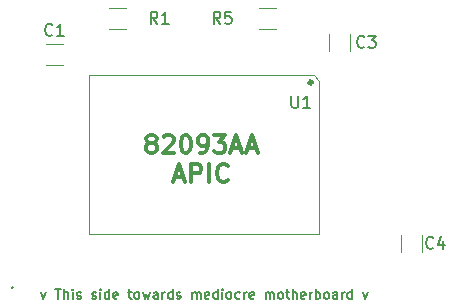
<source format=gbr>
%TF.GenerationSoftware,KiCad,Pcbnew,(6.0.5)*%
%TF.CreationDate,2023-06-09T12:11:34-05:00*%
%TF.ProjectId,pcchips_apic,70636368-6970-4735-9f61-7069632e6b69,rev?*%
%TF.SameCoordinates,Original*%
%TF.FileFunction,Legend,Top*%
%TF.FilePolarity,Positive*%
%FSLAX46Y46*%
G04 Gerber Fmt 4.6, Leading zero omitted, Abs format (unit mm)*
G04 Created by KiCad (PCBNEW (6.0.5)) date 2023-06-09 12:11:34*
%MOMM*%
%LPD*%
G01*
G04 APERTURE LIST*
%ADD10C,0.152400*%
%ADD11C,0.304800*%
%ADD12C,0.150000*%
%ADD13C,0.120000*%
%ADD14C,0.310000*%
G04 APERTURE END LIST*
D10*
X104281904Y-80850714D02*
X104476666Y-81396047D01*
X104671428Y-80850714D01*
X105489428Y-80578047D02*
X105956857Y-80578047D01*
X105723142Y-81396047D02*
X105723142Y-80578047D01*
X106229523Y-81396047D02*
X106229523Y-80578047D01*
X106580095Y-81396047D02*
X106580095Y-80967571D01*
X106541142Y-80889666D01*
X106463238Y-80850714D01*
X106346380Y-80850714D01*
X106268476Y-80889666D01*
X106229523Y-80928619D01*
X106969619Y-81396047D02*
X106969619Y-80850714D01*
X106969619Y-80578047D02*
X106930666Y-80617000D01*
X106969619Y-80655952D01*
X107008571Y-80617000D01*
X106969619Y-80578047D01*
X106969619Y-80655952D01*
X107320190Y-81357095D02*
X107398095Y-81396047D01*
X107553904Y-81396047D01*
X107631809Y-81357095D01*
X107670761Y-81279190D01*
X107670761Y-81240238D01*
X107631809Y-81162333D01*
X107553904Y-81123380D01*
X107437047Y-81123380D01*
X107359142Y-81084428D01*
X107320190Y-81006523D01*
X107320190Y-80967571D01*
X107359142Y-80889666D01*
X107437047Y-80850714D01*
X107553904Y-80850714D01*
X107631809Y-80889666D01*
X108605619Y-81357095D02*
X108683523Y-81396047D01*
X108839333Y-81396047D01*
X108917238Y-81357095D01*
X108956190Y-81279190D01*
X108956190Y-81240238D01*
X108917238Y-81162333D01*
X108839333Y-81123380D01*
X108722476Y-81123380D01*
X108644571Y-81084428D01*
X108605619Y-81006523D01*
X108605619Y-80967571D01*
X108644571Y-80889666D01*
X108722476Y-80850714D01*
X108839333Y-80850714D01*
X108917238Y-80889666D01*
X109306761Y-81396047D02*
X109306761Y-80850714D01*
X109306761Y-80578047D02*
X109267809Y-80617000D01*
X109306761Y-80655952D01*
X109345714Y-80617000D01*
X109306761Y-80578047D01*
X109306761Y-80655952D01*
X110046857Y-81396047D02*
X110046857Y-80578047D01*
X110046857Y-81357095D02*
X109968952Y-81396047D01*
X109813142Y-81396047D01*
X109735238Y-81357095D01*
X109696285Y-81318142D01*
X109657333Y-81240238D01*
X109657333Y-81006523D01*
X109696285Y-80928619D01*
X109735238Y-80889666D01*
X109813142Y-80850714D01*
X109968952Y-80850714D01*
X110046857Y-80889666D01*
X110748000Y-81357095D02*
X110670095Y-81396047D01*
X110514285Y-81396047D01*
X110436380Y-81357095D01*
X110397428Y-81279190D01*
X110397428Y-80967571D01*
X110436380Y-80889666D01*
X110514285Y-80850714D01*
X110670095Y-80850714D01*
X110748000Y-80889666D01*
X110786952Y-80967571D01*
X110786952Y-81045476D01*
X110397428Y-81123380D01*
X111643904Y-80850714D02*
X111955523Y-80850714D01*
X111760761Y-80578047D02*
X111760761Y-81279190D01*
X111799714Y-81357095D01*
X111877619Y-81396047D01*
X111955523Y-81396047D01*
X112345047Y-81396047D02*
X112267142Y-81357095D01*
X112228190Y-81318142D01*
X112189238Y-81240238D01*
X112189238Y-81006523D01*
X112228190Y-80928619D01*
X112267142Y-80889666D01*
X112345047Y-80850714D01*
X112461904Y-80850714D01*
X112539809Y-80889666D01*
X112578761Y-80928619D01*
X112617714Y-81006523D01*
X112617714Y-81240238D01*
X112578761Y-81318142D01*
X112539809Y-81357095D01*
X112461904Y-81396047D01*
X112345047Y-81396047D01*
X112890380Y-80850714D02*
X113046190Y-81396047D01*
X113202000Y-81006523D01*
X113357809Y-81396047D01*
X113513619Y-80850714D01*
X114175809Y-81396047D02*
X114175809Y-80967571D01*
X114136857Y-80889666D01*
X114058952Y-80850714D01*
X113903142Y-80850714D01*
X113825238Y-80889666D01*
X114175809Y-81357095D02*
X114097904Y-81396047D01*
X113903142Y-81396047D01*
X113825238Y-81357095D01*
X113786285Y-81279190D01*
X113786285Y-81201285D01*
X113825238Y-81123380D01*
X113903142Y-81084428D01*
X114097904Y-81084428D01*
X114175809Y-81045476D01*
X114565333Y-81396047D02*
X114565333Y-80850714D01*
X114565333Y-81006523D02*
X114604285Y-80928619D01*
X114643238Y-80889666D01*
X114721142Y-80850714D01*
X114799047Y-80850714D01*
X115422285Y-81396047D02*
X115422285Y-80578047D01*
X115422285Y-81357095D02*
X115344380Y-81396047D01*
X115188571Y-81396047D01*
X115110666Y-81357095D01*
X115071714Y-81318142D01*
X115032761Y-81240238D01*
X115032761Y-81006523D01*
X115071714Y-80928619D01*
X115110666Y-80889666D01*
X115188571Y-80850714D01*
X115344380Y-80850714D01*
X115422285Y-80889666D01*
X115772857Y-81357095D02*
X115850761Y-81396047D01*
X116006571Y-81396047D01*
X116084476Y-81357095D01*
X116123428Y-81279190D01*
X116123428Y-81240238D01*
X116084476Y-81162333D01*
X116006571Y-81123380D01*
X115889714Y-81123380D01*
X115811809Y-81084428D01*
X115772857Y-81006523D01*
X115772857Y-80967571D01*
X115811809Y-80889666D01*
X115889714Y-80850714D01*
X116006571Y-80850714D01*
X116084476Y-80889666D01*
X117097238Y-81396047D02*
X117097238Y-80850714D01*
X117097238Y-80928619D02*
X117136190Y-80889666D01*
X117214095Y-80850714D01*
X117330952Y-80850714D01*
X117408857Y-80889666D01*
X117447809Y-80967571D01*
X117447809Y-81396047D01*
X117447809Y-80967571D02*
X117486761Y-80889666D01*
X117564666Y-80850714D01*
X117681523Y-80850714D01*
X117759428Y-80889666D01*
X117798380Y-80967571D01*
X117798380Y-81396047D01*
X118499523Y-81357095D02*
X118421619Y-81396047D01*
X118265809Y-81396047D01*
X118187904Y-81357095D01*
X118148952Y-81279190D01*
X118148952Y-80967571D01*
X118187904Y-80889666D01*
X118265809Y-80850714D01*
X118421619Y-80850714D01*
X118499523Y-80889666D01*
X118538476Y-80967571D01*
X118538476Y-81045476D01*
X118148952Y-81123380D01*
X119239619Y-81396047D02*
X119239619Y-80578047D01*
X119239619Y-81357095D02*
X119161714Y-81396047D01*
X119005904Y-81396047D01*
X118927999Y-81357095D01*
X118889047Y-81318142D01*
X118850095Y-81240238D01*
X118850095Y-81006523D01*
X118889047Y-80928619D01*
X118927999Y-80889666D01*
X119005904Y-80850714D01*
X119161714Y-80850714D01*
X119239619Y-80889666D01*
X119629142Y-81396047D02*
X119629142Y-80850714D01*
X119629142Y-80578047D02*
X119590190Y-80617000D01*
X119629142Y-80655952D01*
X119668095Y-80617000D01*
X119629142Y-80578047D01*
X119629142Y-80655952D01*
X120135523Y-81396047D02*
X120057619Y-81357095D01*
X120018666Y-81318142D01*
X119979714Y-81240238D01*
X119979714Y-81006523D01*
X120018666Y-80928619D01*
X120057619Y-80889666D01*
X120135523Y-80850714D01*
X120252380Y-80850714D01*
X120330285Y-80889666D01*
X120369238Y-80928619D01*
X120408190Y-81006523D01*
X120408190Y-81240238D01*
X120369238Y-81318142D01*
X120330285Y-81357095D01*
X120252380Y-81396047D01*
X120135523Y-81396047D01*
X121109333Y-81357095D02*
X121031428Y-81396047D01*
X120875619Y-81396047D01*
X120797714Y-81357095D01*
X120758761Y-81318142D01*
X120719809Y-81240238D01*
X120719809Y-81006523D01*
X120758761Y-80928619D01*
X120797714Y-80889666D01*
X120875619Y-80850714D01*
X121031428Y-80850714D01*
X121109333Y-80889666D01*
X121459904Y-81396047D02*
X121459904Y-80850714D01*
X121459904Y-81006523D02*
X121498857Y-80928619D01*
X121537809Y-80889666D01*
X121615714Y-80850714D01*
X121693619Y-80850714D01*
X122277904Y-81357095D02*
X122200000Y-81396047D01*
X122044190Y-81396047D01*
X121966285Y-81357095D01*
X121927333Y-81279190D01*
X121927333Y-80967571D01*
X121966285Y-80889666D01*
X122044190Y-80850714D01*
X122200000Y-80850714D01*
X122277904Y-80889666D01*
X122316857Y-80967571D01*
X122316857Y-81045476D01*
X121927333Y-81123380D01*
X123290666Y-81396047D02*
X123290666Y-80850714D01*
X123290666Y-80928619D02*
X123329619Y-80889666D01*
X123407523Y-80850714D01*
X123524380Y-80850714D01*
X123602285Y-80889666D01*
X123641238Y-80967571D01*
X123641238Y-81396047D01*
X123641238Y-80967571D02*
X123680190Y-80889666D01*
X123758095Y-80850714D01*
X123874952Y-80850714D01*
X123952857Y-80889666D01*
X123991809Y-80967571D01*
X123991809Y-81396047D01*
X124498190Y-81396047D02*
X124420285Y-81357095D01*
X124381333Y-81318142D01*
X124342380Y-81240238D01*
X124342380Y-81006523D01*
X124381333Y-80928619D01*
X124420285Y-80889666D01*
X124498190Y-80850714D01*
X124615047Y-80850714D01*
X124692952Y-80889666D01*
X124731904Y-80928619D01*
X124770857Y-81006523D01*
X124770857Y-81240238D01*
X124731904Y-81318142D01*
X124692952Y-81357095D01*
X124615047Y-81396047D01*
X124498190Y-81396047D01*
X125004571Y-80850714D02*
X125316190Y-80850714D01*
X125121428Y-80578047D02*
X125121428Y-81279190D01*
X125160380Y-81357095D01*
X125238285Y-81396047D01*
X125316190Y-81396047D01*
X125588857Y-81396047D02*
X125588857Y-80578047D01*
X125939428Y-81396047D02*
X125939428Y-80967571D01*
X125900476Y-80889666D01*
X125822571Y-80850714D01*
X125705714Y-80850714D01*
X125627809Y-80889666D01*
X125588857Y-80928619D01*
X126640571Y-81357095D02*
X126562666Y-81396047D01*
X126406857Y-81396047D01*
X126328952Y-81357095D01*
X126290000Y-81279190D01*
X126290000Y-80967571D01*
X126328952Y-80889666D01*
X126406857Y-80850714D01*
X126562666Y-80850714D01*
X126640571Y-80889666D01*
X126679523Y-80967571D01*
X126679523Y-81045476D01*
X126290000Y-81123380D01*
X127030095Y-81396047D02*
X127030095Y-80850714D01*
X127030095Y-81006523D02*
X127069047Y-80928619D01*
X127108000Y-80889666D01*
X127185904Y-80850714D01*
X127263809Y-80850714D01*
X127536476Y-81396047D02*
X127536476Y-80578047D01*
X127536476Y-80889666D02*
X127614380Y-80850714D01*
X127770190Y-80850714D01*
X127848095Y-80889666D01*
X127887047Y-80928619D01*
X127926000Y-81006523D01*
X127926000Y-81240238D01*
X127887047Y-81318142D01*
X127848095Y-81357095D01*
X127770190Y-81396047D01*
X127614380Y-81396047D01*
X127536476Y-81357095D01*
X128393428Y-81396047D02*
X128315523Y-81357095D01*
X128276571Y-81318142D01*
X128237619Y-81240238D01*
X128237619Y-81006523D01*
X128276571Y-80928619D01*
X128315523Y-80889666D01*
X128393428Y-80850714D01*
X128510285Y-80850714D01*
X128588190Y-80889666D01*
X128627142Y-80928619D01*
X128666095Y-81006523D01*
X128666095Y-81240238D01*
X128627142Y-81318142D01*
X128588190Y-81357095D01*
X128510285Y-81396047D01*
X128393428Y-81396047D01*
X129367238Y-81396047D02*
X129367238Y-80967571D01*
X129328285Y-80889666D01*
X129250380Y-80850714D01*
X129094571Y-80850714D01*
X129016666Y-80889666D01*
X129367238Y-81357095D02*
X129289333Y-81396047D01*
X129094571Y-81396047D01*
X129016666Y-81357095D01*
X128977714Y-81279190D01*
X128977714Y-81201285D01*
X129016666Y-81123380D01*
X129094571Y-81084428D01*
X129289333Y-81084428D01*
X129367238Y-81045476D01*
X129756761Y-81396047D02*
X129756761Y-80850714D01*
X129756761Y-81006523D02*
X129795714Y-80928619D01*
X129834666Y-80889666D01*
X129912571Y-80850714D01*
X129990476Y-80850714D01*
X130613714Y-81396047D02*
X130613714Y-80578047D01*
X130613714Y-81357095D02*
X130535809Y-81396047D01*
X130380000Y-81396047D01*
X130302095Y-81357095D01*
X130263142Y-81318142D01*
X130224190Y-81240238D01*
X130224190Y-81006523D01*
X130263142Y-80928619D01*
X130302095Y-80889666D01*
X130380000Y-80850714D01*
X130535809Y-80850714D01*
X130613714Y-80889666D01*
X131548571Y-80850714D02*
X131743333Y-81396047D01*
X131938095Y-80850714D01*
D11*
X113501714Y-68187751D02*
X113356571Y-68115180D01*
X113284000Y-68042608D01*
X113211428Y-67897465D01*
X113211428Y-67824894D01*
X113284000Y-67679751D01*
X113356571Y-67607180D01*
X113501714Y-67534608D01*
X113792000Y-67534608D01*
X113937142Y-67607180D01*
X114009714Y-67679751D01*
X114082285Y-67824894D01*
X114082285Y-67897465D01*
X114009714Y-68042608D01*
X113937142Y-68115180D01*
X113792000Y-68187751D01*
X113501714Y-68187751D01*
X113356571Y-68260322D01*
X113284000Y-68332894D01*
X113211428Y-68478037D01*
X113211428Y-68768322D01*
X113284000Y-68913465D01*
X113356571Y-68986037D01*
X113501714Y-69058608D01*
X113792000Y-69058608D01*
X113937142Y-68986037D01*
X114009714Y-68913465D01*
X114082285Y-68768322D01*
X114082285Y-68478037D01*
X114009714Y-68332894D01*
X113937142Y-68260322D01*
X113792000Y-68187751D01*
X114662857Y-67679751D02*
X114735428Y-67607180D01*
X114880571Y-67534608D01*
X115243428Y-67534608D01*
X115388571Y-67607180D01*
X115461142Y-67679751D01*
X115533714Y-67824894D01*
X115533714Y-67970037D01*
X115461142Y-68187751D01*
X114590285Y-69058608D01*
X115533714Y-69058608D01*
X116477142Y-67534608D02*
X116622285Y-67534608D01*
X116767428Y-67607180D01*
X116840000Y-67679751D01*
X116912571Y-67824894D01*
X116985142Y-68115180D01*
X116985142Y-68478037D01*
X116912571Y-68768322D01*
X116840000Y-68913465D01*
X116767428Y-68986037D01*
X116622285Y-69058608D01*
X116477142Y-69058608D01*
X116332000Y-68986037D01*
X116259428Y-68913465D01*
X116186857Y-68768322D01*
X116114285Y-68478037D01*
X116114285Y-68115180D01*
X116186857Y-67824894D01*
X116259428Y-67679751D01*
X116332000Y-67607180D01*
X116477142Y-67534608D01*
X117710857Y-69058608D02*
X118001142Y-69058608D01*
X118146285Y-68986037D01*
X118218857Y-68913465D01*
X118364000Y-68695751D01*
X118436571Y-68405465D01*
X118436571Y-67824894D01*
X118364000Y-67679751D01*
X118291428Y-67607180D01*
X118146285Y-67534608D01*
X117856000Y-67534608D01*
X117710857Y-67607180D01*
X117638285Y-67679751D01*
X117565714Y-67824894D01*
X117565714Y-68187751D01*
X117638285Y-68332894D01*
X117710857Y-68405465D01*
X117856000Y-68478037D01*
X118146285Y-68478037D01*
X118291428Y-68405465D01*
X118364000Y-68332894D01*
X118436571Y-68187751D01*
X118944571Y-67534608D02*
X119888000Y-67534608D01*
X119380000Y-68115180D01*
X119597714Y-68115180D01*
X119742857Y-68187751D01*
X119815428Y-68260322D01*
X119888000Y-68405465D01*
X119888000Y-68768322D01*
X119815428Y-68913465D01*
X119742857Y-68986037D01*
X119597714Y-69058608D01*
X119162285Y-69058608D01*
X119017142Y-68986037D01*
X118944571Y-68913465D01*
X120468571Y-68623180D02*
X121194285Y-68623180D01*
X120323428Y-69058608D02*
X120831428Y-67534608D01*
X121339428Y-69058608D01*
X121774857Y-68623180D02*
X122500571Y-68623180D01*
X121629714Y-69058608D02*
X122137714Y-67534608D01*
X122645714Y-69058608D01*
X115606285Y-71076820D02*
X116332000Y-71076820D01*
X115461142Y-71512248D02*
X115969142Y-69988248D01*
X116477142Y-71512248D01*
X116985142Y-71512248D02*
X116985142Y-69988248D01*
X117565714Y-69988248D01*
X117710857Y-70060820D01*
X117783428Y-70133391D01*
X117856000Y-70278534D01*
X117856000Y-70496248D01*
X117783428Y-70641391D01*
X117710857Y-70713962D01*
X117565714Y-70786534D01*
X116985142Y-70786534D01*
X118509142Y-71512248D02*
X118509142Y-69988248D01*
X120105714Y-71367105D02*
X120033142Y-71439677D01*
X119815428Y-71512248D01*
X119670285Y-71512248D01*
X119452571Y-71439677D01*
X119307428Y-71294534D01*
X119234857Y-71149391D01*
X119162285Y-70859105D01*
X119162285Y-70641391D01*
X119234857Y-70351105D01*
X119307428Y-70205962D01*
X119452571Y-70060820D01*
X119670285Y-69988248D01*
X119815428Y-69988248D01*
X120033142Y-70060820D01*
X120105714Y-70133391D01*
D12*
%TO.C,U1*%
X125476095Y-64222380D02*
X125476095Y-65031904D01*
X125523714Y-65127142D01*
X125571333Y-65174761D01*
X125666571Y-65222380D01*
X125857047Y-65222380D01*
X125952285Y-65174761D01*
X125999904Y-65127142D01*
X126047523Y-65031904D01*
X126047523Y-64222380D01*
X127047523Y-65222380D02*
X126476095Y-65222380D01*
X126761809Y-65222380D02*
X126761809Y-64222380D01*
X126666571Y-64365238D01*
X126571333Y-64460476D01*
X126476095Y-64508095D01*
%TO.C,C3*%
X131659333Y-60047142D02*
X131611714Y-60094761D01*
X131468857Y-60142380D01*
X131373619Y-60142380D01*
X131230761Y-60094761D01*
X131135523Y-59999523D01*
X131087904Y-59904285D01*
X131040285Y-59713809D01*
X131040285Y-59570952D01*
X131087904Y-59380476D01*
X131135523Y-59285238D01*
X131230761Y-59190000D01*
X131373619Y-59142380D01*
X131468857Y-59142380D01*
X131611714Y-59190000D01*
X131659333Y-59237619D01*
X131992666Y-59142380D02*
X132611714Y-59142380D01*
X132278380Y-59523333D01*
X132421238Y-59523333D01*
X132516476Y-59570952D01*
X132564095Y-59618571D01*
X132611714Y-59713809D01*
X132611714Y-59951904D01*
X132564095Y-60047142D01*
X132516476Y-60094761D01*
X132421238Y-60142380D01*
X132135523Y-60142380D01*
X132040285Y-60094761D01*
X131992666Y-60047142D01*
%TO.C,C4*%
X137501333Y-77065142D02*
X137453714Y-77112761D01*
X137310857Y-77160380D01*
X137215619Y-77160380D01*
X137072761Y-77112761D01*
X136977523Y-77017523D01*
X136929904Y-76922285D01*
X136882285Y-76731809D01*
X136882285Y-76588952D01*
X136929904Y-76398476D01*
X136977523Y-76303238D01*
X137072761Y-76208000D01*
X137215619Y-76160380D01*
X137310857Y-76160380D01*
X137453714Y-76208000D01*
X137501333Y-76255619D01*
X138358476Y-76493714D02*
X138358476Y-77160380D01*
X138120380Y-76112761D02*
X137882285Y-76827047D01*
X138501333Y-76827047D01*
%TO.C,.*%
X101854000Y-80367142D02*
X101901619Y-80414761D01*
X101854000Y-80462380D01*
X101806380Y-80414761D01*
X101854000Y-80367142D01*
X101854000Y-80462380D01*
%TO.C,R1*%
X114133333Y-58110380D02*
X113800000Y-57634190D01*
X113561904Y-58110380D02*
X113561904Y-57110380D01*
X113942857Y-57110380D01*
X114038095Y-57158000D01*
X114085714Y-57205619D01*
X114133333Y-57300857D01*
X114133333Y-57443714D01*
X114085714Y-57538952D01*
X114038095Y-57586571D01*
X113942857Y-57634190D01*
X113561904Y-57634190D01*
X115085714Y-58110380D02*
X114514285Y-58110380D01*
X114800000Y-58110380D02*
X114800000Y-57110380D01*
X114704761Y-57253238D01*
X114609523Y-57348476D01*
X114514285Y-57396095D01*
%TO.C,R5*%
X119467333Y-58110380D02*
X119134000Y-57634190D01*
X118895904Y-58110380D02*
X118895904Y-57110380D01*
X119276857Y-57110380D01*
X119372095Y-57158000D01*
X119419714Y-57205619D01*
X119467333Y-57300857D01*
X119467333Y-57443714D01*
X119419714Y-57538952D01*
X119372095Y-57586571D01*
X119276857Y-57634190D01*
X118895904Y-57634190D01*
X120372095Y-57110380D02*
X119895904Y-57110380D01*
X119848285Y-57586571D01*
X119895904Y-57538952D01*
X119991142Y-57491333D01*
X120229238Y-57491333D01*
X120324476Y-57538952D01*
X120372095Y-57586571D01*
X120419714Y-57681809D01*
X120419714Y-57919904D01*
X120372095Y-58015142D01*
X120324476Y-58062761D01*
X120229238Y-58110380D01*
X119991142Y-58110380D01*
X119895904Y-58062761D01*
X119848285Y-58015142D01*
%TO.C,C1*%
X105243333Y-59031142D02*
X105195714Y-59078761D01*
X105052857Y-59126380D01*
X104957619Y-59126380D01*
X104814761Y-59078761D01*
X104719523Y-58983523D01*
X104671904Y-58888285D01*
X104624285Y-58697809D01*
X104624285Y-58554952D01*
X104671904Y-58364476D01*
X104719523Y-58269238D01*
X104814761Y-58174000D01*
X104957619Y-58126380D01*
X105052857Y-58126380D01*
X105195714Y-58174000D01*
X105243333Y-58221619D01*
X106195714Y-59126380D02*
X105624285Y-59126380D01*
X105910000Y-59126380D02*
X105910000Y-58126380D01*
X105814761Y-58269238D01*
X105719523Y-58364476D01*
X105624285Y-58412095D01*
D13*
%TO.C,U1*%
X127360000Y-62420000D02*
X127860000Y-62970000D01*
X127860000Y-75920000D02*
X108360000Y-75920000D01*
X108360000Y-75920000D02*
X108360000Y-62420000D01*
X108360000Y-62420000D02*
X127360000Y-62420000D01*
X127860000Y-62970000D02*
X127860000Y-75920000D01*
D14*
X127265000Y-63070000D02*
G75*
G03*
X127265000Y-63070000I-155000J0D01*
G01*
D13*
%TO.C,C3*%
X130450000Y-60401252D02*
X130450000Y-58978748D01*
X128630000Y-60401252D02*
X128630000Y-58978748D01*
%TO.C,C4*%
X134726000Y-77419252D02*
X134726000Y-75996748D01*
X136546000Y-77419252D02*
X136546000Y-75996748D01*
%TO.C,R1*%
X111471064Y-56748000D02*
X110016936Y-56748000D01*
X111471064Y-58568000D02*
X110016936Y-58568000D01*
%TO.C,R5*%
X124171064Y-58568000D02*
X122716936Y-58568000D01*
X124171064Y-56748000D02*
X122716936Y-56748000D01*
%TO.C,C1*%
X106121252Y-59796000D02*
X104698748Y-59796000D01*
X106121252Y-61616000D02*
X104698748Y-61616000D01*
%TD*%
M02*

</source>
